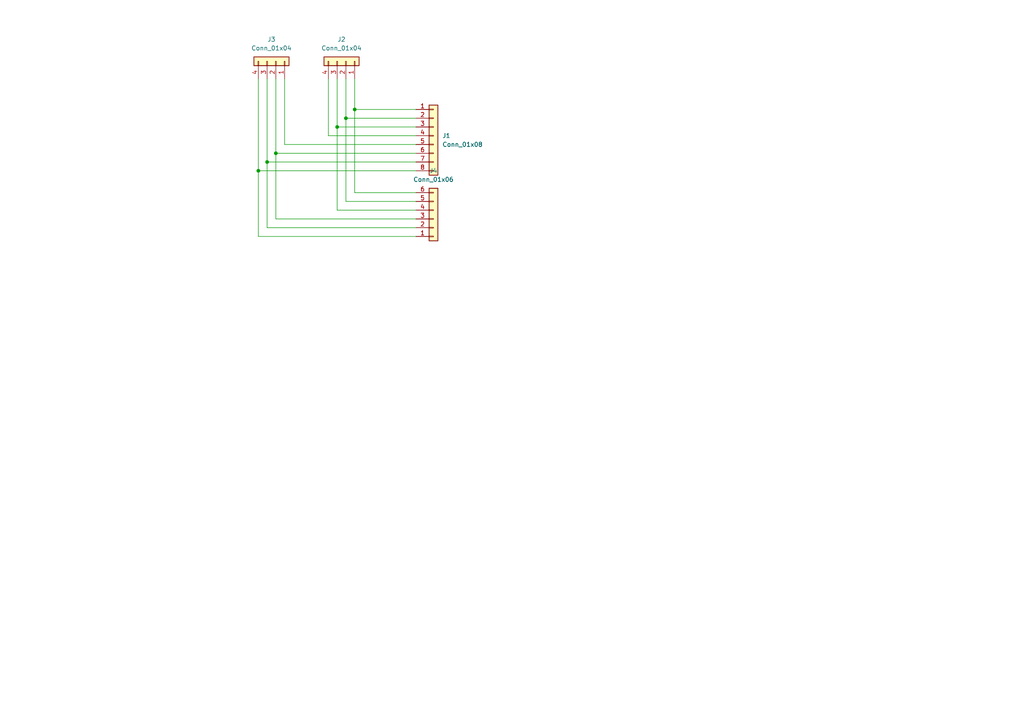
<source format=kicad_sch>
(kicad_sch (version 20231120) (generator "eeschema") (generator_version "8.0")
  (paper "A4")
  (lib_symbols
    (symbol "Connector_Generic:Conn_01x04" (pin_names (offset 1.016) hide)
      (property "Reference" "J" (at 0 5.08 0))
      (property "Value" "Conn_01x04" (at 0 -7.62 0))
      (symbol "Conn_01x04_1_1"
        (rectangle (start -1.27 -4.953) (end 0 -5.207) (stroke (width 0.1524)))
        (rectangle (start -1.27 -2.413) (end 0 -2.667) (stroke (width 0.1524)))
        (rectangle (start -1.27 0.127) (end 0 -0.127) (stroke (width 0.1524)))
        (rectangle (start -1.27 2.667) (end 0 2.413) (stroke (width 0.1524)))
        (rectangle (start -1.27 3.81) (end 1.27 -6.35) (stroke (width 0.254)) (fill (type background)))
        (pin passive line (at -5.08 2.54 0) (length 3.81) (name "Pin_1") (number "1"))
        (pin passive line (at -5.08 0 0) (length 3.81) (name "Pin_2") (number "2"))
        (pin passive line (at -5.08 -2.54 0) (length 3.81) (name "Pin_3") (number "3"))
        (pin passive line (at -5.08 -5.08 0) (length 3.81) (name "Pin_4") (number "4"))
      )
    )
    (symbol "Connector_Generic:Conn_01x06" (pin_names (offset 1.016) hide)
      (property "Reference" "J" (at 0 7.62 0))
      (property "Value" "Conn_01x06" (at 0 -10.16 0))
      (symbol "Conn_01x06_1_1"
        (rectangle (start -1.27 -7.493) (end 0 -7.747) (stroke (width 0.1524)))
        (rectangle (start -1.27 -4.953) (end 0 -5.207) (stroke (width 0.1524)))
        (rectangle (start -1.27 -2.413) (end 0 -2.667) (stroke (width 0.1524)))
        (rectangle (start -1.27 0.127) (end 0 -0.127) (stroke (width 0.1524)))
        (rectangle (start -1.27 2.667) (end 0 2.413) (stroke (width 0.1524)))
        (rectangle (start -1.27 5.207) (end 0 4.953) (stroke (width 0.1524)))
        (rectangle (start -1.27 6.35) (end 1.27 -8.89) (stroke (width 0.254)) (fill (type background)))
        (pin passive line (at -5.08 5.08 0) (length 3.81) (name "Pin_1") (number "1"))
        (pin passive line (at -5.08 2.54 0) (length 3.81) (name "Pin_2") (number "2"))
        (pin passive line (at -5.08 0 0) (length 3.81) (name "Pin_3") (number "3"))
        (pin passive line (at -5.08 -2.54 0) (length 3.81) (name "Pin_4") (number "4"))
        (pin passive line (at -5.08 -5.08 0) (length 3.81) (name "Pin_5") (number "5"))
        (pin passive line (at -5.08 -7.62 0) (length 3.81) (name "Pin_6") (number "6"))
      )
    )
    (symbol "Connector_Generic:Conn_01x08" (pin_names (offset 1.016) hide)
      (property "Reference" "J" (at 0 10.16 0))
      (property "Value" "Conn_01x08" (at 0 -12.7 0))
      (symbol "Conn_01x08_1_1"
        (rectangle (start -1.27 -10.033) (end 0 -10.287) (stroke (width 0.1524)))
        (rectangle (start -1.27 -7.493) (end 0 -7.747) (stroke (width 0.1524)))
        (rectangle (start -1.27 -4.953) (end 0 -5.207) (stroke (width 0.1524)))
        (rectangle (start -1.27 -2.413) (end 0 -2.667) (stroke (width 0.1524)))
        (rectangle (start -1.27 0.127) (end 0 -0.127) (stroke (width 0.1524)))
        (rectangle (start -1.27 2.667) (end 0 2.413) (stroke (width 0.1524)))
        (rectangle (start -1.27 5.207) (end 0 4.953) (stroke (width 0.1524)))
        (rectangle (start -1.27 7.747) (end 0 7.493) (stroke (width 0.1524)))
        (rectangle (start -1.27 8.89) (end 1.27 -11.43) (stroke (width 0.254)) (fill (type background)))
        (pin passive line (at -5.08 7.62 0) (length 3.81) (name "Pin_1") (number "1"))
        (pin passive line (at -5.08 5.08 0) (length 3.81) (name "Pin_2") (number "2"))
        (pin passive line (at -5.08 2.54 0) (length 3.81) (name "Pin_3") (number "3"))
        (pin passive line (at -5.08 0 0) (length 3.81) (name "Pin_4") (number "4"))
        (pin passive line (at -5.08 -2.54 0) (length 3.81) (name "Pin_5") (number "5"))
        (pin passive line (at -5.08 -5.08 0) (length 3.81) (name "Pin_6") (number "6"))
        (pin passive line (at -5.08 -7.62 0) (length 3.81) (name "Pin_7") (number "7"))
        (pin passive line (at -5.08 -10.16 0) (length 3.81) (name "Pin_8") (number "8"))
      )
    )
  )
  (junction (at 100.33 34.29))
  (junction (at 102.87 31.75))
  (junction (at 97.79 36.83))
  (junction (at 74.93 49.53))
  (junction (at 77.47 46.99))
  (junction (at 80.01 44.45))
  (wire (pts (xy 120.65 58.42) (xy 100.33 58.42)))
  (wire (pts (xy 102.87 22.86) (xy 102.87 31.75)))
  (wire (pts (xy 77.47 46.99) (xy 77.47 66.04)))
  (wire (pts (xy 74.93 68.58) (xy 74.93 49.53)))
  (wire (pts (xy 77.47 46.99) (xy 77.47 22.86)))
  (wire (pts (xy 80.01 22.86) (xy 80.01 44.45)))
  (wire (pts (xy 102.87 55.88) (xy 120.65 55.88)))
  (wire (pts (xy 80.01 44.45) (xy 80.01 63.5)))
  (wire (pts (xy 74.93 49.53) (xy 120.65 49.53)))
  (wire (pts (xy 102.87 31.75) (xy 120.65 31.75)))
  (wire (pts (xy 97.79 60.96) (xy 97.79 36.83)))
  (wire (pts (xy 120.65 60.96) (xy 97.79 60.96)))
  (wire (pts (xy 100.33 58.42) (xy 100.33 34.29)))
  (wire (pts (xy 82.55 41.91) (xy 120.65 41.91)))
  (wire (pts (xy 97.79 22.86) (xy 97.79 36.83)))
  (wire (pts (xy 77.47 66.04) (xy 120.65 66.04)))
  (wire (pts (xy 77.47 46.99) (xy 120.65 46.99)))
  (wire (pts (xy 82.55 22.86) (xy 82.55 41.91)))
  (wire (pts (xy 80.01 44.45) (xy 120.65 44.45)))
  (wire (pts (xy 95.25 39.37) (xy 95.25 22.86)))
  (wire (pts (xy 95.25 39.37) (xy 120.65 39.37)))
  (wire (pts (xy 74.93 22.86) (xy 74.93 49.53)))
  (wire (pts (xy 100.33 34.29) (xy 100.33 22.86)))
  (wire (pts (xy 102.87 55.88) (xy 102.87 31.75)))
  (wire (pts (xy 74.93 68.58) (xy 120.65 68.58)))
  (wire (pts (xy 80.01 63.5) (xy 120.65 63.5)))
  (wire (pts (xy 100.33 34.29) (xy 120.65 34.29)))
  (wire (pts (xy 97.79 36.83) (xy 120.65 36.83)))
  (symbol (lib_id "Connector_Generic:Conn_01x04") (at 100.33 17.78 270) (mirror x) (unit 1)
    (property "Reference" "J2" (at 99.06 11.43 90))
    (property "Value" "Conn_01x04" (at 99.06 13.97 90))
    (property "Footprint" "Connector_PinSocket_2.54mm:PinSocket_1x04_P2.54mm_Vertical" (effects (hide yes)))
    (property "Description" "Generic connector, single row, 01x04, script generated (kicad-library-utils/schlib/autogen/connector/)" (effects (hide yes)))
  )
  (symbol (lib_id "Connector_Generic:Conn_01x08") (at 125.73 39.37 0) (unit 1)
    (property "Reference" "J1" (at 128.27 39.3699 0) (effects (justify left)))
    (property "Value" "Conn_01x08" (at 128.27 41.9099 0) (effects (justify left)))
    (property "Footprint" "Package_SO:MSOP-8_3x3mm_P0.65mm" (effects (hide yes)))
    (property "Description" "Generic connector, single row, 01x08, script generated (kicad-library-utils/schlib/autogen/connector/)" (effects (hide yes)))
  )
  (symbol (lib_id "Connector_Generic:Conn_01x06") (at 125.73 63.5 0) (mirror x) (unit 1)
    (property "Reference" "J4" (at 125.73 49.53 0))
    (property "Value" "Conn_01x06" (at 125.73 52.07 0))
    (property "Footprint" "Package_TO_SOT_SMD:SOT-23-6_Handsoldering" (effects (hide yes)))
    (property "Description" "Generic connector, single row, 01x06, script generated (kicad-library-utils/schlib/autogen/connector/)" (effects (hide yes)))
  )
  (symbol (lib_id "Connector_Generic:Conn_01x04") (at 80.01 17.78 270) (mirror x) (unit 1)
    (property "Reference" "J3" (at 78.74 11.43 90))
    (property "Value" "Conn_01x04" (at 78.74 13.97 90))
    (property "Footprint" "Connector_PinSocket_2.54mm:PinSocket_1x04_P2.54mm_Vertical" (effects (hide yes)))
    (property "Description" "Generic connector, single row, 01x04, script generated (kicad-library-utils/schlib/autogen/connector/)" (effects (hide yes)))
  )
)
</source>
